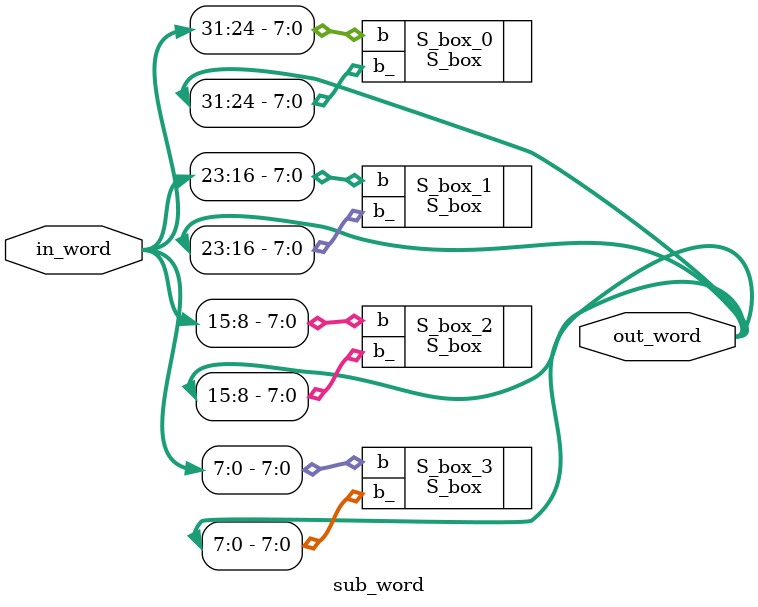
<source format=v>
module sub_word
(
    input [31:0] in_word,
    output [31:0] out_word
);
    S_box S_box_3( .b(in_word[7:0]), .b_(out_word[7:0]) );
    S_box S_box_2( .b(in_word[15:8]), .b_(out_word[15:8]) );
    S_box S_box_1( .b(in_word[23:16]), .b_(out_word[23:16]) );
    S_box S_box_0( .b(in_word[31:24]), .b_(out_word[31:24]) );
endmodule
</source>
